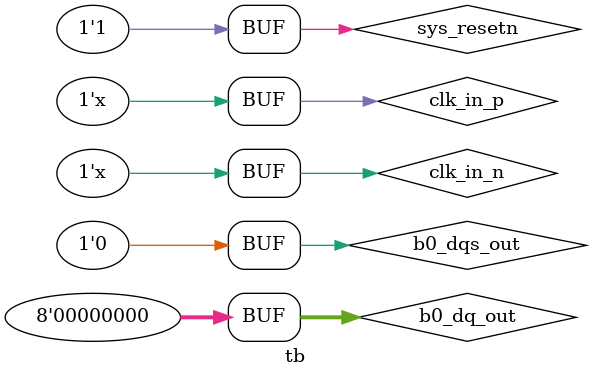
<source format=v>
`timescale 1ns/1ps

module tb;
//---------------------------------------------
// Wires and Regs
//---------------------------------------------
	reg clk_in_p;
	reg clk_in_n;
	//wire b0_sys_clk_p;
	//wire b0_sys_clk_n;
	wire b0_nand_clk0;
	//wire b0_nand_clk1;
	//wire b0_nand_clk2;
	//wire b0_nand_clk3;
	
	wire [7:0] b0_dq;
	wire b0_dqs;
	wire b0_cle;
	wire b0_ale;
	wire b0_wrn;
	wire b0_wpn;
	wire [1:0] b0_cen;
	//wire  [3:0] b0_rb;
	wire [7:0] b0_debug;
	wire [7:0] b0_debug90;
	reg sys_resetn;
	
	//debug
	//wire debug_ctrl;	
	 

//---------------------------------------------
// Module instantiation
//---------------------------------------------
/*
nand_model nand_model (
	//clocks
	.Clk_We_n(b0_nand_clk0),
	.Clk_We2_n(b0_nand_clk0),
	
	//CE
	.Ce_n(b0_cen[0]),
	.Ce2_n(b0_cen[1]),
	.Ce3_n(b0_cen[2]),
	.Ce4_n(b0_cen[3]),
	
	//Ready/busy
	.Rb_n(b0_rb[0]),
	.Rb2_n(b0_rb[1]),
	.Rb3_n(b0_rb[2]),
	.Rb4_n(b0_rb[3]),
	 
	//DQ DQS
	.Dqs(b0_dqs[0]), 
	.Dq_Io(b0_dq[7:0]), 
	.Dqs2(b0_dqs[1]),
	.Dq_Io2(b0_dq[15:8]),
	 
	//ALE CLE WR WP
	.Cle(b0_cle[0]), 
	.Cle2(b0_cle[1]),
   .Ale(b0_ale[0]), 
	.Ale2(b0_ale[1]),
	.Wr_Re_n(b0_wrn[0]), 
	.Wr_Re2_n(b0_wrn[1]),
	.Wp_n(b0_wpn[0]), 
	.Wp2_n(b0_wpn[1])
);
*/

mkFlashController u_flash_controller(
		.CLK_sysClkP(clk_in_p),
		 .CLK_sysClkN(clk_in_n),
		 .RST_N_sysRstn(sys_resetn),

		 .DQ(b0_dq),
		 .DQS(b0_dqs),

		 .NAND_CLK(b0_nand_clk0),

		 .CLE(b0_cle),

		 .ALE(b0_ale),

		 .WRN(b0_wrn),

		 .WPN(b0_wpn),

		 .CEN(b0_cen),
		 .DEBUG(b0_debug),
		 .DEBUG90(b0_debug90)
	 );
	 /*
		.sys_resetn(sys_resetn), //from FMC
		
		.sys_clk_p(clk_in_p),
		.sys_clk_n(clk_in_n),
		.nand_clk(b0_nand_clk0),
		
		.dq(b0_dq),
		.dqs(b0_dqs),
		.cle(b0_cle),
		.ale(b0_ale),
		.wrn(b0_wrn),
		.wpn(b0_wpn),
		.cen(b0_cen),
		.rb(b0_rb)
		
); 
*/
//---------------------------------------------
// Simulation
//---------------------------------------------

initial begin
	clk_in_p = 0;
	clk_in_n = 1;
	
	//reset for a bit
	sys_resetn = 0;
	#200
	sys_resetn = 1;
	
	//for now just wait a long time before ending simulation
	//#100000000000000
	//$finish;
end

//100MHz differential clock
//can probably just assign clk_in_n=~clk_in_p ?
always begin
	#5 clk_in_p=~clk_in_p;
end
always begin
	#5 clk_in_n=~clk_in_n;
end

reg [7:0] b0_dq_out;
reg b0_dqs_out;

//assign b0_dq = (b0_ale==0) ? b0_dq_out : 8'hZZ;
//assign b0_dq = b0_dq_out;
//assign b0_dqs = (b0_ale==0) ? b0_dqs_out : 1'bZ;
//assign b0_dqs = b0_dqs_out;

always begin
		#1000
		b0_dq_out = 8'h0;
		b0_dqs_out = 1'b0;
		#503
		b0_dq_out = 8'hDE;
		b0_dqs_out = 1'b1;
		#5
		b0_dq_out = 8'hAD;
		b0_dqs_out = 1'b0;
		#5
		b0_dq_out = 8'hBE;
		b0_dqs_out = 1'b1;
		#5
		b0_dq_out = 8'hEF;
		b0_dqs_out = 1'b0;
		#5
		b0_dq_out = 8'h0;
		b0_dqs_out = 1'b0;
		end



/*


always @ (*)
begin
	if (debug_ctrl==0) begin
		#5
		b0_dq = 16'hDEAD;
		b0_dqs = 2'b11;
		#5
		b0_dq = 16'hBEEF;
		b0_dqs = 2'b11;
		
	end
	else begin
		b0_dq = 16'hZZZZ;
		b0_dqs = 2'bZZ;
	end
end

*/

endmodule

</source>
